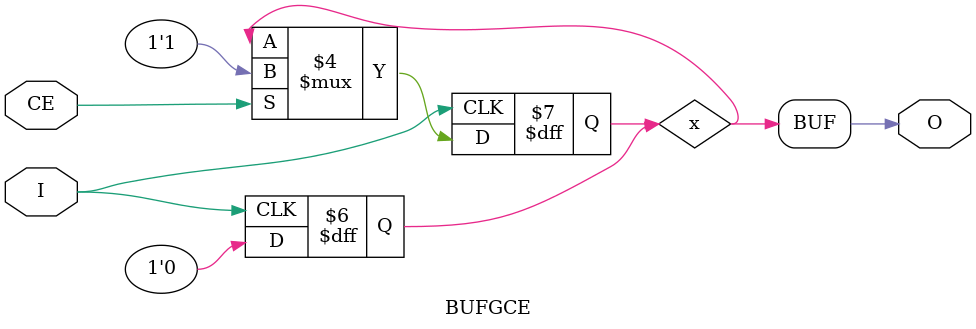
<source format=v>
`timescale 1ns / 1ns

module BUFGCE (
	output O,
	input I,
	input CE
);
	// verilator lint_save
	// verilator lint_off MULTIDRIVEN
	reg x=0;
	// verilator lint_restore
	always @(posedge I) if (CE) x<=1;
	always @(negedge I) x<=0;
	buf b(O, x);
endmodule

</source>
